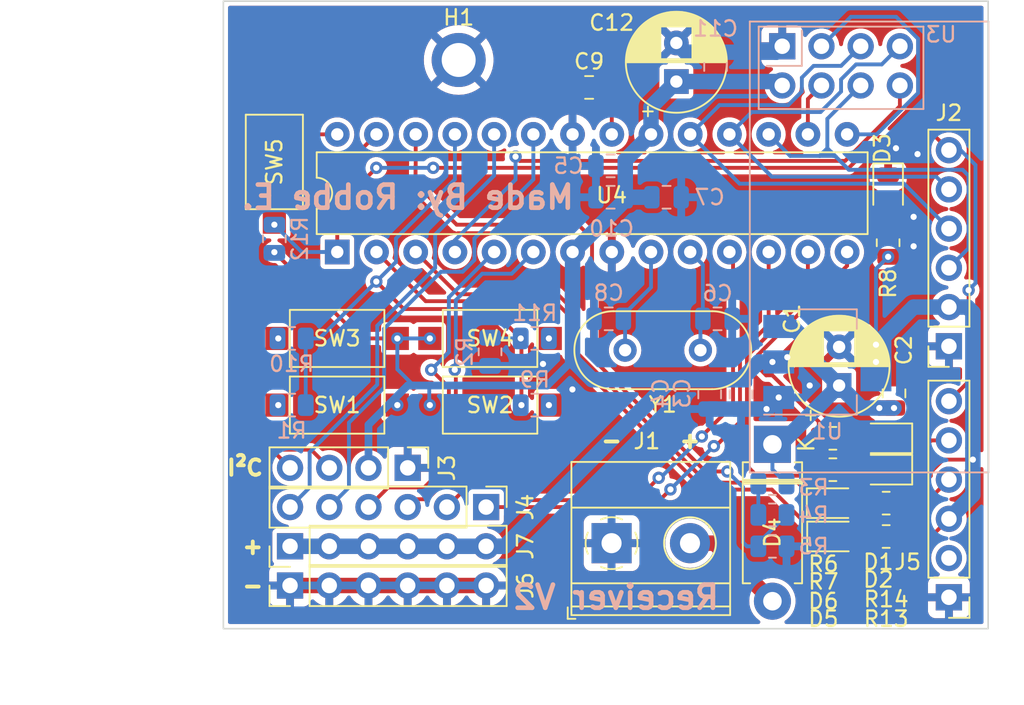
<source format=kicad_pcb>
(kicad_pcb (version 20211014) (generator pcbnew)
  (layers (0 "F.Cu" signal) (31 "B.Cu" signal) (34 "B.Paste" user) (35 "F.Paste" user) (36 "B.SilkS" user "B.Silkscreen") (37 "F.SilkS" user "F.Silkscreen") (38 "B.Mask" user) (39 "F.Mask" user) (44 "Edge.Cuts" user))
  (net 0 "")
  (net 1 "VCC")
  (net 2 "GND")
  (net 3 "+3V3")
  (net 4 "XTAL2")
  (net 5 "XTAL1")
  (net 6 "Net-(C9-Pad2)")
  (net 7 "Net-(D1-Pad2)")
  (net 8 "Net-(D2-Pad2)")
  (net 9 "Net-(D3-Pad2)")
  (net 10 "Net-(D4-Pad2)")
  (net 11 "D11")
  (net 12 "D13")
  (net 13 "D12")
  (net 14 "RESET")
  (net 15 "Net-(R1-Pad1)")
  (net 16 "A2")
  (net 17 "Net-(R3-Pad2)")
  (net 18 "A3")
  (net 19 "D6")
  (net 20 "D5")
  (net 21 "Net-(R9-Pad1)")
  (net 22 "Net-(R11-Pad1)")
  (net 23 "D3")
  (net 24 "D4")
  (net 25 "D7")
  (net 26 "D8")
  (net 27 "D9")
  (net 28 "D10")
  (net 29 "A0")
  (net 30 "A1")
  (net 31 "A4")
  (net 32 "A5")
  (net 33 "D0")
  (net 34 "D1")
  (net 35 "D2")
  (net 36 "Net-(D5-Pad2)")
  (net 37 "Net-(D6-Pad2)")
  (net 39 "Net-(R10-Pad1)")
  (footprint "Resistor_SMD:R_0805_2012Metric" (layer "F.Cu") (at 130.556 176.911 180)
    (fp_text reference "R13")
    (fp_text value "1k")
  )
  (footprint "Connector_PinHeader_2.54mm:PinHeader_1x04_P2.54mm_Vertical" (layer "F.Cu") (at 99.568 172.466 -90)
    (fp_text reference "J3")
    (fp_text value "Conn_01x04")
  )
  (footprint "LED_SMD:LED_0805_2012Metric" (layer "F.Cu") (at 127.1035 174.752)
    (fp_text reference "D6")
    (fp_text value "LED")
  )
  (footprint "LED_SMD:LED_0805_2012Metric" (layer "F.Cu") (at 130.683 154.432 -90)
    (fp_text reference "D3")
    (fp_text value "LED")
  )
  (footprint "Connector_PinSocket_2.54mm:PinSocket_1x06_P2.54mm_Vertical" (layer "F.Cu") (at 134.62 164.592 180)
    (fp_text reference "J2")
    (fp_text value "BOOTLOADER")
  )
  (footprint "Resistor_SMD:R_0805_2012Metric" (layer "F.Cu") (at 130.556 174.752 180)
    (fp_text reference "R14")
    (fp_text value "1k")
  )
  (footprint "LED_SMD:LED_0805_2012Metric" (layer "F.Cu") (at 130.556 172.58448 180)
    (fp_text reference "D2")
    (fp_text value "LED")
  )
  (footprint "Button_Switch_SMD:SW_SPST_CK_RS282G05A3" (layer "F.Cu") (at 94.996 168.402)
    (fp_text reference "SW1")
    (fp_text value "SW_Push_45deg")
  )
  (footprint "Resistor_SMD:R_0805_2012Metric" (layer "F.Cu") (at 127.1035 172.58448)
    (fp_text reference "R7")
    (fp_text value "1k")
  )
  (footprint "Connector_PinHeader_2.54mm:PinHeader_1x06_P2.54mm_Vertical" (layer "F.Cu") (at 91.948 177.546 90)
    (fp_text reference "J7")
    (fp_text value "Conn_01x06")
  )
  (footprint "Capacitor_SMD:C_0805_2012Metric" (layer "F.Cu") (at 131.064 167.64 90)
    (fp_text reference "C2")
    (fp_text value "1µF")
  )
  (footprint "Resistor_SMD:R_0805_2012Metric" (layer "F.Cu") (at 130.683 157.8845 90)
    (fp_text reference "R8")
    (fp_text value "1k")
  )
  (footprint "Connector_PinHeader_2.54mm:PinHeader_1x06_P2.54mm_Vertical" (layer "F.Cu") (at 104.648 175.006 -90)
    (fp_text reference "J4")
    (fp_text value "Conn_01x06")
  )
  (footprint "Button_Switch_SMD:SW_SPST_CK_RS282G05A3" (layer "F.Cu") (at 94.996 164.084)
    (fp_text reference "SW3")
    (fp_text value "SW_Push_45deg")
  )
  (footprint "Resistor_SMD:R_0805_2012Metric" (layer "F.Cu") (at 127.1035 170.55248)
    (fp_text reference "R6")
    (fp_text value "1k")
  )
  (footprint "Capacitor_SMD:C_0805_2012Metric" (layer "F.Cu") (at 111.318 147.828)
    (fp_text reference "C9")
    (fp_text value "100nF")
  )
  (footprint "Capacitor_THT:CP_Radial_D6.3mm_P2.50mm" (layer "F.Cu") (at 116.967 147.447 90)
    (fp_text reference "C12")
    (fp_text value "10µF")
  )
  (footprint "Button_Switch_SMD:SW_SPST_CK_RS282G05A3" (layer "F.Cu") (at 104.902 164.084 180)
    (fp_text reference "SW4")
    (fp_text value "SW_Push_45deg")
  )
  (footprint "Capacitor_THT:CP_Radial_D6.3mm_P2.50mm" (layer "F.Cu") (at 127.508 167.132 90)
    (fp_text reference "C1")
    (fp_text value "10µF")
  )
  (footprint "Connector_PinHeader_2.54mm:PinHeader_1x06_P2.54mm_Vertical" (layer "F.Cu") (at 134.62 180.848 180)
    (fp_text reference "J5")
    (fp_text value "UPLOAD")
  )
  (footprint "TerminalBlock_Phoenix:TerminalBlock_Phoenix_MKDS-1,5-2-5.08_1x02_P5.08mm_Horizontal" (layer "F.Cu") (at 112.771 177.343)
    (fp_text reference "J1")
    (fp_text value "Conn_01x02")
  )
  (footprint "Diode_THT:D_DO-15_P10.16mm_Horizontal" (layer "F.Cu") (at 123.19 170.942 -90)
    (fp_text reference "D4")
    (fp_text value "D")
  )
  (footprint "Connector_PinHeader_2.54mm:PinHeader_1x06_P2.54mm_Vertical" (layer "F.Cu") (at 91.948 180.086 90)
    (fp_text reference "J6")
    (fp_text value "Conn_01x06")
  )
  (footprint "Button_Switch_SMD:SW_SPST_CK_RS282G05A3" (layer "F.Cu") (at 104.902 168.402 180)
    (fp_text reference "SW2")
    (fp_text value "SW_Push_45deg")
  )
  (footprint "Button_Switch_SMD:SW_SPST_CK_RS282G05A3" (layer "F.Cu") (at 90.932 152.654 -90)
    (fp_text reference "SW5")
    (fp_text value "SW_Push")
  )
  (footprint "Crystal:Crystal_HC49-4H_Vertical" (layer "F.Cu") (at 118.528 164.846 180)
    (fp_text reference "Y1")
    (fp_text value "8MHz")
  )
  (footprint "LED_SMD:LED_0805_2012Metric" (layer "F.Cu") (at 130.556 170.55248 180)
    (fp_text reference "D1")
    (fp_text value "LED")
  )
  (footprint "Package_DIP:DIP-28_W7.62mm" (layer "F.Cu") (at 95.006 158.486 90)
    (fp_text reference "U4")
    (fp_text value "ATmega328-P")
  )
  (footprint "MountingHole:MountingHole_2.2mm_M2_ISO7380_Pad_TopBottom" (layer "F.Cu") (at 102.87 146.05)
    (fp_text reference "H1")
    (fp_text value "MountingHole_Pad")
  )
  (footprint "LED_SMD:LED_0805_2012Metric" (layer "F.Cu") (at 127.127 176.911)
    (fp_text reference "D5")
    (fp_text value "LED")
  )
  (footprint "Resistor_SMD:R_0805_2012Metric" (layer "B.Cu") (at 92.0515 164.084)
    (fp_text reference "R10")
    (fp_text value "4k7")
  )
  (footprint "Capacitor_SMD:C_0805_2012Metric" (layer "B.Cu") (at 121.158 167.706 -90)
    (fp_text reference "C3")
    (fp_text value "100nF")
  )
  (footprint "Resistor_SMD:R_0805_2012Metric" (layer "B.Cu") (at 107.7995 164.084 180)
    (fp_text reference "R11")
    (fp_text value "10k")
  )
  (footprint "Capacitor_SMD:C_0805_2012Metric" (layer "B.Cu") (at 119.634 162.814)
    (fp_text reference "C6")
    (fp_text value "22pF")
  )
  (footprint "RF_Module:nRF24L01_Breakout" (layer "B.Cu") (at 123.825 145.161 -90)
    (fp_text reference "U3")
    (fp_text value "NRF24L01_Breakout")
  )
  (footprint "Resistor_SMD:R_0805_2012Metric" (layer "B.Cu") (at 104.902 164.9495 -90)
    (fp_text reference "R2")
    (fp_text value "10k")
  )
  (footprint "Capacitor_SMD:C_0805_2012Metric" (layer "B.Cu") (at 112.71 154.94 180)
    (fp_text reference "C10")
    (fp_text value "1µF")
  )
  (footprint "Resistor_SMD:R_0805_2012Metric" (layer "B.Cu") (at 123.19 173.482 180)
    (fp_text reference "R3")
    (fp_text value "100k")
  )
  (footprint "Capacitor_SMD:C_0805_2012Metric" (layer "B.Cu") (at 116.332 154.94)
    (fp_text reference "C7")
    (fp_text value "4.7µF")
  )
  (footprint "Capacitor_SMD:C_0805_2012Metric" (layer "B.Cu") (at 112.588 162.814 180)
    (fp_text reference "C8")
    (fp_text value "22pF")
  )
  (footprint "Resistor_SMD:R_0805_2012Metric" (layer "B.Cu") (at 123.19 177.546)
    (fp_text reference "R5")
    (fp_text value "100k")
  )
  (footprint "Package_TO_SOT_SMD:SOT-223-3_TabPin2" (layer "B.Cu") (at 126.746 165.608)
    (fp_text reference "U1")
    (fp_text value "AMS1117-3.3")
  )
  (footprint "Capacitor_SMD:C_0805_2012Metric" (layer "B.Cu") (at 119.507 146.497 90)
    (fp_text reference "C11")
    (fp_text value "1µF")
  )
  (footprint "Capacitor_SMD:C_0805_2012Metric" (layer "B.Cu") (at 112.71 152.908 180)
    (fp_text reference "C5")
    (fp_text value "1µF")
  )
  (footprint "Resistor_SMD:R_0805_2012Metric" (layer "B.Cu") (at 92.0515 168.402)
    (fp_text reference "R1")
    (fp_text value "1k")
  )
  (footprint "Capacitor_SMD:C_0805_2012Metric" (layer "B.Cu") (at 119.126 167.706 -90)
    (fp_text reference "C4")
    (fp_text value "10µF")
  )
  (footprint "Resistor_SMD:R_0805_2012Metric" (layer "B.Cu") (at 107.7995 168.402 180)
    (fp_text reference "R9")
    (fp_text value "2k2")
  )
  (footprint "Resistor_SMD:R_0805_2012Metric" (layer "B.Cu") (at 123.19 175.514)
    (fp_text reference "R4")
    (fp_text value "100k")
  )
  (footprint "Resistor_SMD:R_0805_2012Metric" (layer "B.Cu") (at 90.932 157.6305 90)
    (fp_text reference "R12")
    (fp_text value "R")
  )
  (gr_rect (start 87.63 142.24) (end 137.16 182.88) (layer "Edge.Cuts") (width 0.1) (fill none))
  (gr_text "Receiver V2" (at 119.888 180.848) (layer "B.SilkS") (effects (font (size 1.5 1.5) (thickness 0.3)) (justify left mirror)))
  (gr_text "Made By: Robbe E." (at 110.49 154.94) (layer "B.SilkS") (effects (font (size 1.5 1.5) (thickness 0.3)) (justify left mirror)))
  (gr_text "+" (at 89.535 177.546) (layer "F.SilkS") (effects (font (size 1 1) (thickness 0.25))))
  (gr_text "I²C" (at 89.027 172.466) (layer "F.SilkS") (effects (font (size 1 1) (thickness 0.25))))
  (gr_text "+" (at 117.851 170.688) (layer "F.SilkS") (effects (font (size 1 1) (thickness 0.25))))
  (gr_text "-" (at 112.771524 170.688) (layer "F.SilkS") (effects (font (size 1 1) (thickness 0.25))))
  (gr_text "-" (at 89.535 180.086) (layer "F.SilkS") (effects (font (size 1 1) (thickness 0.25))))
  (segment (start 131.064 168.59) (end 130.114 168.59) (width 1) (layer "F.Cu") (net 1))
  (via (at 131.064 168.59) (size 0.8) (drill 0.4) (layers "F.Cu" "B.Cu") (net 1))
  (via (at 130.114 168.59) (size 0.8) (drill 0.4) (layers "F.Cu" "B.Cu") (net 1))
  (segment (start 123.19 170.942) (end 123.698 170.942) (width 1) (layer "B.Cu") (net 1))
  (segment (start 127.508 167.132) (end 128.966 168.59) (width 1) (layer "B.Cu") (net 1))
  (segment (start 130.114 168.59) (end 131.064 168.59) (width 1) (layer "B.Cu") (net 1))
  (segment (start 125.295511 164.158489) (end 125.295511 164.919511) (width 1) (layer "B.Cu") (net 1))
  (segment (start 125.295511 164.919511) (end 127.508 167.132) (width 1) (layer "B.Cu") (net 1))
  (segment (start 123.596 163.308) (end 124.445022 163.308) (width 1) (layer "B.Cu") (net 1))
  (segment (start 123.19 172.5695) (end 123.19 170.942) (width 0.25) (layer "B.Cu") (net 1))
  (segment (start 124.1025 173.482) (end 123.19 172.5695) (width 0.25) (layer "B.Cu") (net 1))
  (segment (start 124.445022 163.308) (end 125.295511 164.158489) (width 1) (layer "B.Cu") (net 1))
  (segment (start 123.698 170.942) (end 127.508 167.132) (width 1) (layer "B.Cu") (net 1))
  (segment (start 128.966 168.59) (end 130.114 168.59) (width 1) (layer "B.Cu") (net 1))
  (segment (start 91.948 180.086) (end 104.648 180.086) (width 1) (layer "F.Cu") (net 2))
  (via (at 132.334 156.21) (size 0.8) (drill 0.4) (layers "F.Cu" "B.Cu") (net 2))
  (via (at 123.596 167.908) (size 0.8) (drill 0.4) (layers "F.Cu" "B.Cu") (net 2))
  (via (at 110.236 167.386) (size 0.8) (drill 0.4) (layers "F.Cu" "B.Cu") (net 2))
  (via (at 131.191 151.765) (size 0.8) (drill 0.4) (layers "F.Cu" "B.Cu") (net 2))
  (via (at 122.809 168.656) (size 0.8) (drill 0.4) (layers "F.Cu" "B.Cu") (net 2))
  (via (at 125.603 167.132) (size 0.8) (drill 0.4) (layers "F.Cu" "B.Cu") (net 2))
  (via (at 132.588 152.146) (size 0.8) (drill 0.4) (layers "F.Cu" "B.Cu") (net 2))
  (via (at 108.331 165.735) (size 0.8) (drill 0.4) (layers "F.Cu" "B.Cu") (net 2))
  (via (at 132.334 158.115) (size 0.8) (drill 0.4) (layers "F.Cu" "B.Cu") (net 2))
  (segment (start 123.439 145.547) (end 123.825 145.161) (width 1) (layer "B.Cu") (net 2))
  (segment (start 119.507 145.547) (end 117.567 145.547) (width 1) (layer "B.Cu") (net 2))
  (segment (start 122.848 168.656) (end 123.596 167.908) (width 1) (layer "B.Cu") (net 2))
  (segment (start 117.567 145.547) (end 116.967 144.947) (width 1) (layer "B.Cu") (net 2))
  (segment (start 119.126 168.656) (end 121.158 168.656) (width 1) (layer "B.Cu") (net 2))
  (segment (start 121.158 168.656) (end 122.809 168.656) (width 1) (layer "B.Cu") (net 2))
  (segment (start 119.507 145.547) (end 123.439 145.547) (width 1) (layer "B.Cu") (net 2))
  (segment (start 122.809 168.656) (end 122.848 168.656) (width 1) (layer "B.Cu") (net 2))
  (segment (start 131.4685 176.911) (end 133.477 176.911) (width 0.25) (layer "F.Cu") (net 3))
  (segment (start 96.52 164.084) (end 90.932 158.496) (width 0.25) (layer "F.Cu") (net 3))
  (segment (start 126.5695 162.8845) (end 128.0725 162.8845) (width 1) (layer "F.Cu") (net 3))
  (segment (start 124.153 165.301) (end 126.5695 162.8845) (width 1) (layer "F.Cu") (net 3))
  (segment (start 123.846 165.608) (end 124.153 165.301) (width 1) (layer "F.Cu") (net 3))
  (segment (start 128.0725 162.8845) (end 129.896 164.708) (width 1) (layer "F.Cu") (net 3))
  (segment (start 131.4685 174.752) (end 131.682396 174.752) (width 0.25) (layer "F.Cu") (net 3))
  (segment (start 123.19 165.608) (end 123.846 165.608) (width 1) (layer "F.Cu") (net 3))
  (segment (start 133.445 172.741299) (end 134.254299 171.932) (width 0.25) (layer "F.Cu") (net 3))
  (segment (start 133.477 176.911) (end 134.62 175.768) (width 0.25) (layer "F.Cu") (net 3))
  (segment (start 98.896 164.084) (end 96.52 164.084) (width 0.25) (layer "F.Cu") (net 3))
  (segment (start 133.445 172.989396) (end 133.445 172.741299) (width 0.25) (layer "F.Cu") (net 3))
  (segment (start 134.254299 171.932) (end 136.17 171.932) (width 0.25) (layer "F.Cu") (net 3))
  (segment (start 131.682396 174.752) (end 133.445 172.989396) (width 0.25) (layer "F.Cu") (net 3))
  (segment (start 129.896 164.708) (end 129.896 165.608) (width 1) (layer "F.Cu") (net 3))
  (via (at 98.896 164.084) (size 0.8) (drill 0.4) (layers "F.Cu" "B.Cu") (net 3))
  (via (at 124.153 165.301) (size 0.8) (drill 0.4) (layers "F.Cu" "B.Cu") (net 3))
  (via (at 130.683 158.797) (size 0.8) (drill 0.4) (layers "F.Cu" "B.Cu") (net 3))
  (via (at 129.896 165.608) (size 0.8) (drill 0.4) (layers "F.Cu" "B.Cu") (net 3))
  (via (at 101.002 164.084) (size 0.8) (drill 0.4) (layers "F.Cu" "B.Cu") (net 3))
  (via (at 129.896 164.49) (size 0.8) (drill 0.4) (layers "F.Cu" "B.Cu") (net 3))
  (via (at 101.002 168.402) (size 0.8) (drill 0.4) (layers "F.Cu" "B.Cu") (net 3))
  (via (at 123.19 165.608) (size 0.8) (drill 0.4) (layers "F.Cu" "B.Cu") (net 3))
  (via (at 90.932 158.496) (size 0.8) (drill 0.4) (layers "F.Cu" "B.Cu") (net 3))
  (via (at 98.896 168.402) (size 0.8) (drill 0.4) (layers "F.Cu" "B.Cu") (net 3))
  (via (at 136.17 171.932) (size 0.8) (drill 0.4) (layers "F.Cu" "B.Cu") (net 3))
  (segment (start 115.326 150.866) (end 115.326 149.088) (width 1) (layer "B.Cu") (net 3))
  (segment (start 132.334 162.052) (end 134.62 162.052) (width 1) (layer "B.Cu") (net 3))
  (segment (start 105.850081 177.546) (end 104.648 177.546) (width 1) (layer "B.Cu") (net 3))
  (segment (start 99.949 167.132) (end 99.568 167.132) (width 0.5) (layer "B.Cu") (net 3))
  (segment (start 134.62 162.052) (end 135.822081 162.052) (width 1) (layer "B.Cu") (net 3))
  (segment (start 100.965 167.132) (end 99.949 167.132) (width 0.5) (layer "B.Cu") (net 3))
  (segment (start 113.66 152.908) (end 113.66 152.532) (width 1) (layer "B.Cu") (net 3))
  (segment (start 135.822081 162.052) (end 136.17 162.399919) (width 1) (layer "B.Cu") (net 3))
  (segment (start 98.896 166.079) (end 99.949 167.132) (width 0.25) (layer "B.Cu") (net 3))
  (segment (start 110.246 158.486) (end 110.281824 158.486) (width 1) (layer "B.Cu") (net 3))
  (segment (start 108.605 167.132) (end 100.965 167.132) (width 0.5) (layer "B.Cu") (net 3))
  (segment (start 97.028 169.672) (end 97.028 172.466) (width 0.5) (layer "B.Cu") (net 3))
  (segment (start 129.896 164.49) (end 129.896 159.584) (width 0.25) (layer "B.Cu") (net 3))
  (segment (start 105.850081 177.546) (end 91.948 177.546) (width 1) (layer "B.Cu") (net 3))
  (segment (start 113.66 155.107824) (end 113.66 154.94) (width 1) (layer "B.Cu") (net 3))
  (segment (start 119.126 166.756) (end 121.158 166.756) (width 1) (layer "B.Cu") (net 3))
  (segment (start 116.640081 166.756) (end 105.850081 177.546) (width 1) (layer "B.Cu") (net 3))
  (segment (start 98.896 164.084) (end 98.896 166.079) (width 0.25) (layer "B.Cu") (net 3))
  (segment (start 110.246 165.491) (end 108.605 167.132) (width 0.5) (layer "B.Cu") (net 3))
  (segment (start 98.7425 167.9575) (end 97.028 169.672) (width 0.5) (layer "B.Cu") (net 3))
  (segment (start 98.896 164.084) (end 101.002 164.084) (width 0.25) (layer "B.Cu") (net 3))
  (segment (start 129.896 164.49) (end 132.334 162.052) (width 1) (layer "B.Cu") (net 3))
  (segment (start 136.17 162.399919) (end 136.17 174.218) (width 1) (layer "B.Cu") (net 3))
  (segment (start 123.596 165.608) (end 122.306 165.608) (width 1) (layer "B.Cu") (net 3))
  (segment (start 110.246 160.772) (end 110.246 161.407) (width 1) (layer "B.Cu") (net 3))
  (segment (start 123.571 147.447) (end 123.825 147.701) (width 1) (layer "B.Cu") (net 3))
  (segment (start 100.965 168.365) (end 101.002 168.402) (width 0.25) (layer "B.Cu") (net 3))
  (segment (start 98.7425 167.9575) (end 98.7425 168.2485) (width 0.25) (layer "B.Cu") (net 3))
  (segment (start 113.66 154.94) (end 113.66 152.908) (width 1) (layer "B.Cu") (net 3))
  (segment (start 110.246 161.407) (end 110.246 158.486) (width 1) (layer "B.Cu") (net 3))
  (segment (start 110.246 161.407) (end 110.246 165.491) (width 1) (layer "B.Cu") (net 3))
  (segment (start 110.246 160.772) (end 110.246 158.486) (width 0.25) (layer "B.Cu") (net 3))
  (segment (start 110.246 165.491) (end 111.511 166.756) (width 1) (layer "B.Cu") (net 3))
  (segment (start 115.382 154.94) (end 113.66 154.94) (width 1) (layer "B.Cu") (net 3))
  (segment (start 99.568 167.132) (end 98.7425 167.9575) (width 0.5) (layer "B.Cu") (net 3))
  (segment (start 122.306 165.608) (end 121.158 166.756) (width 1) (layer "B.Cu") (net 3))
  (segment (start 129.896 159.584) (end 130.683 158.797) (width 0.25) (layer "B.Cu") (net 3))
  (segment (start 111.511 166.756) (end 119.126 166.756) (width 1) (layer "B.Cu") (net 3))
  (segment (start 129.896 165.608) (end 129.896 164.49) (width 1) (layer "B.Cu") (net 3))
  (segment (start 123.596 165.608) (end 123.846 165.608) (width 0.5) (layer "B.Cu") (net 3))
  (segment (start 98.7425 168.2485) (end 98.896 168.402) (width 0.25) (layer "B.Cu") (net 3))
  (segment (start 113.66 152.532) (end 115.326 150.866) (width 1) (layer "B.Cu") (net 3))
  (segment (start 115.326 149.088) (end 116.967 147.447) (width 1) (layer "B.Cu") (net 3))
  (segment (start 119.126 166.756) (end 116.640081 166.756) (width 1) (layer "B.Cu") (net 3))
  (segment (start 116.967 147.447) (end 119.507 147.447) (width 1) (layer "B.Cu") (net 3))
  (segment (start 100.965 167.132) (end 100.965 168.365) (width 0.25) (layer "B.Cu") (net 3))
  (segment (start 110.281824 158.486) (end 113.66 155.107824) (width 1) (layer "B.Cu") (net 3))
  (segment (start 136.17 174.218) (end 134.62 175.768) (width 1) (layer "B.Cu") (net 3))
  (segment (start 119.507 147.447) (end 123.571 147.447) (width 1) (layer "B.Cu") (net 3))
  (segment (start 118.528 162.97) (end 118.684 162.814) (width 0.25) (layer "B.Cu") (net 4))
  (segment (start 118.684 159.304) (end 117.866 158.486) (width 0.25) (layer "B.Cu") (net 4))
  (segment (start 118.684 159.304) (end 118.684 162.814) (width 0.25) (layer "B.Cu") (net 4))
  (segment (start 118.528 164.846) (end 118.528 162.97) (width 0.25) (layer "B.Cu") (net 4))
  (segment (start 113.648 164.846) (end 113.648 162.924) (width 0.25) (layer "B.Cu") (net 5))
  (segment (start 115.326 160.772) (end 115.326 158.486) (width 0.25) (layer "B.Cu") (net 5))
  (segment (start 113.538 162.56) (end 115.326 160.772) (width 0.25) (layer "B.Cu") (net 5))
  (segment (start 113.648 162.924) (end 113.538 162.814) (width 0.25) (layer "B.Cu") (net 5))
  (segment (start 113.538 162.814) (end 113.538 162.56) (width 0.25) (layer "B.Cu") (net 5))
  (segment (start 112.786 148.346) (end 112.786 150.866) (width 0.25) (layer "F.Cu") (net 6))
  (segment (start 112.268 147.828) (end 112.786 148.346) (width 0.25) (layer "F.Cu") (net 6))
  (segment (start 129.6185 170.55248) (end 128.016 170.55248) (width 0.25) (layer "F.Cu") (net 7))
  (segment (start 128.016 172.58448) (end 129.6185 172.58448) (width 0.25) (layer "F.Cu") (net 8))
  (segment (start 130.683 156.972) (end 130.683 155.3695) (width 0.25) (layer "F.Cu") (net 9))
  (segment (start 119.431 177.343) (end 123.19 181.102) (width 1) (layer "F.Cu") (net 10))
  (segment (start 117.851 177.343) (end 119.431 177.343) (width 1) (layer "F.Cu") (net 10))
  (segment (start 127.137 152.263) (end 127.244 152.263) (width 0.25) (layer "B.Cu") (net 11))
  (segment (start 135.89 153.543) (end 135.89 158.242) (width 0.25) (layer "B.Cu") (net 11))
  (segment (start 127.1905 152.2095) (end 127.3175 152.3365) (width 0.25) (layer "B.Cu") (net 11))
  (segment (start 127 152.019) (end 127.1905 152.2095) (width 0.25) (layer "B.Cu") (net 11))
  (segment (start 126.248 152.263) (end 126.492 152.019) (width 0.25) (layer "B.Cu") (net 11))
  (segment (start 122.946 150.866) (end 124.343 152.263) (width 0.25) (layer "B.Cu") (net 11))
  (segment (start 126.746 149.86) (end 126.746 151.765) (width 0.25) (layer "B.Cu") (net 11))
  (segment (start 135.89 158.242) (end 134.62 159.512) (width 0.25) (layer "B.Cu") (net 11))
  (segment (start 127.137 152.263) (end 127.1905 152.2095) (width 0.25) (layer "B.Cu") (net 11))
  (segment (start 130.429 153.162) (end 135.509 153.162) (width 0.25) (layer "B.Cu") (net 11))
  (segment (start 126.746 151.765) (end 126.248 152.263) (width 0.25) (layer "B.Cu") (net 11))
  (segment (start 135.509 153.162) (end 135.89 153.543) (width 0.25) (layer "B.Cu") (net 11))
  (segment (start 126.248 152.263) (end 124.343 152.263) (width 0.25) (layer "B.Cu") (net 11))
  (segment (start 126.746 151.765) (end 127 152.019) (width 0.25) (layer "B.Cu") (net 11))
  (segment (start 126.248 152.263) (end 127.137 152.263) (width 0.25) (layer "B.Cu") (net 11))
  (segment (start 128.905 147.701) (end 126.746 149.86) (width 0.25) (layer "B.Cu") (net 11))
  (segment (start 127.3175 152.3365) (end 128.143 153.162) (width 0.25) (layer "B.Cu") (net 11))
  (segment (start 127.244 152.263) (end 127.3175 152.3365) (width 0.25) (layer "B.Cu") (net 11))
  (segment (start 126.492 152.019) (end 127 152.019) (width 0.25) (layer "B.Cu") (net 11))
  (segment (start 128.143 153.162) (end 130.429 153.162) (width 0.25) (layer "B.Cu") (net 11))
  (segment (start 125.095 147.193) (end 125.857 146.431) (width 0.25) (layer "B.Cu") (net 12))
  (segment (start 124.216701 148.971) (end 125.095 148.092701) (width 0.25) (layer "B.Cu") (net 12))
  (segment (start 127.635 146.431) (end 128.905 145.161) (width 0.25) (layer "B.Cu") (net 12))
  (segment (start 131.71 154.062) (end 121.062 154.062) (width 0.25) (layer "B.Cu") (net 12))
  (segment (start 121.062 154.062) (end 117.866 150.866) (width 0.25) (layer "B.Cu") (net 12))
  (segment (start 119.761 148.971) (end 124.216701 148.971) (width 0.25) (layer "B.Cu") (net 12))
  (segment (start 117.866 150.866) (end 119.761 148.971) (width 0.25) (layer "B.Cu") (net 12))
  (segment (start 125.095 148.092701) (end 125.095 147.193) (width 0.25) (layer "B.Cu") (net 12))
  (segment (start 134.62 156.972) (end 131.71 154.062) (width 0.25) (layer "B.Cu") (net 12))
  (segment (start 125.857 146.431) (end 127.635 146.431) (width 0.25) (layer "B.Cu") (net 12))
  (segment (start 133.8 153.612) (end 134.62 154.432) (width 0.25) (layer "B.Cu") (net 13))
  (segment (start 127.635 148.092701) (end 127.635 147.309299) (width 0.25) (layer "B.Cu") (net 13))
  (segment (start 123.152 153.612) (end 133.8 153.612) (width 0.25) (layer "B.Cu") (net 13))
  (segment (start 130.27 146.336) (end 131.445 145.161) (width 0.25) (layer "B.Cu") (net 13))
  (segment (start 120.406 150.866) (end 123.152 153.612) (width 0.25) (layer "B.Cu") (net 13))
  (segment (start 121.851 149.421) (end 126.306701 149.421) (width 0.25) (layer "B.Cu") (net 13))
  (segment (start 127.635 147.309299) (end 128.608299 146.336) (width 0.25) (layer "B.Cu") (net 13))
  (segment (start 126.306701 149.421) (end 127.635 148.092701) (width 0.25) (layer "B.Cu") (net 13))
  (segment (start 120.406 150.866) (end 121.851 149.421) (width 0.25) (layer "B.Cu") (net 13))
  (segment (start 128.608299 146.336) (end 130.27 146.336) (width 0.25) (layer "B.Cu") (net 13))
  (segment (start 135.895418 166.872582) (end 135.895418 160.954948) (width 0.25) (layer "F.Cu") (net 14))
  (segment (start 97.536 153.035) (end 95.006 155.565) (width 0.25) (layer "F.Cu") (net 14))
  (segment (start 135.822222 166.945778) (end 135.895418 166.872582) (width 0.25) (layer "F.Cu") (net 14))
  (segment (start 130.138 151.04) (end 133.768 151.04) (width 0.25) (layer "F.Cu") (net 14))
  (segment (start 128.143 153.035) (end 130.138 151.04) (width 0.25) (layer "F.Cu") (net 14))
  (segment (start 101.219 153.035) (end 128.143 153.035) (width 0.25) (layer "F.Cu") (net 14))
  (segment (start 95.006 155.565) (end 95.006 158.486) (width 0.25) (layer "F.Cu") (net 14))
  (segment (start 134.62 168.148) (end 135.822222 166.945778) (width 0.25) (layer "F.Cu") (net 14))
  (segment (start 133.768 151.04) (end 134.62 151.892) (width 0.25) (layer "F.Cu") (net 14))
  (via (at 90.932 156.718) (size 0.8) (drill 0.4) (layers "F.Cu" "B.Cu") (net 14))
  (via (at 101.219 153.035) (size 0.8) (drill 0.4) (layers "F.Cu" "B.Cu") (net 14))
  (via (at 97.536 153.035) (size 0.8) (drill 0.4) (layers "F.Cu" "B.Cu") (net 14))
  (via (at 135.895418 160.954948) (size 0.8) (drill 0.4) (layers "F.Cu" "B.Cu") (net 14))
  (segment (start 135.895418 160.954948) (end 136.34 160.510366) (width 0.25) (layer "B.Cu") (net 14))
  (segment (start 90.932 156.718) (end 92.7 158.486) (width 0.25) (layer "B.Cu") (net 14))
  (segment (start 136.34 160.510366) (end 136.34 152.85) (width 0.25) (layer "B.Cu") (net 14))
  (segment (start 136.34 152.85) (end 135.382 151.892) (width 0.25) (layer "B.Cu") (net 14))
  (segment (start 92.7 158.486) (end 95.006 158.486) (width 0.25) (layer "B.Cu") (net 14))
  (segment (start 135.382 151.892) (end 134.62 151.892) (width 0.25) (layer "B.Cu") (net 14))
  (segment (start 101.219 153.035) (end 97.536 153.035) (width 0.25) (layer "B.Cu") (net 14))
  (via (at 91.186 168.402) (size 0.8) (drill 0.4) (layers "F.Cu" "B.Cu") (net 15))
  (segment (start 106.934 168.402) (end 106.934 164.131) (width 0.25) (layer "F.Cu") (net 16))
  (segment (start 104.982 162.179) (end 106.887 164.084) (width 0.25) (layer "F.Cu") (net 16))
  (segment (start 97.536 160.401) (end 99.314 162.179) (width 0.25) (layer "F.Cu") (net 16))
  (segment (start 99.314 162.179) (end 104.982 162.179) (width 0.25) (layer "F.Cu") (net 16))
  (segment (start 106.934 164.131) (end 106.887 164.084) (width 0.25) (layer "F.Cu") (net 16))
  (via (at 106.934 168.402) (size 0.8) (drill 0.4) (layers "F.Cu" "B.Cu") (net 16))
  (via (at 97.536 160.401) (size 0.8) (drill 0.4) (layers "F.Cu" "B.Cu") (net 16))
  (via (at 106.887 164.084) (size 0.8) (drill 0.4) (layers "F.Cu" "B.Cu") (net 16))
  (segment (start 92.964 164.084) (end 93.853 164.084) (width 0.25) (layer "B.Cu") (net 16))
  (segment (start 98.806 159.131) (end 98.806 157.607) (width 0.25) (layer "B.Cu") (net 16))
  (segment (start 102.626 150.866) (end 102.626 153.787) (width 0.25) (layer "B.Cu") (net 16))
  (segment (start 102.626 153.787) (end 98.806 157.607) (width 0.25) (layer "B.Cu") (net 16))
  (segment (start 106.887 164.084) (end 104.949 164.084) (width 0.25) (layer "B.Cu") (net 16))
  (segment (start 104.949 164.084) (end 104.902 164.037) (width 0.25) (layer "B.Cu") (net 16))
  (segment (start 97.536 160.401) (end 98.806 159.131) (width 0.25) (layer "B.Cu") (net 16))
  (segment (start 93.853 164.084) (end 97.536 160.401) (width 0.25) (layer "B.Cu") (net 16))
  (segment (start 92.964 168.402) (end 92.964 164.084) (width 0.25) (layer "B.Cu") (net 16))
  (segment (start 122.2775 173.482) (end 122.2775 175.514) (width 0.25) (layer "B.Cu") (net 17))
  (segment (start 100.086 152.927305) (end 100.076 152.937305) (width 0.25) (layer "F.Cu") (net 18))
  (segment (start 100.086 150.866) (end 100.086 152.927305) (width 0.25) (layer "F.Cu") (net 18))
  (segment (start 111.506 165.351208) (end 118.854292 172.6995) (width 0.25) (layer "F.Cu") (net 18))
  (segment (start 100.076 152.937305) (end 100.076 154.051) (width 0.25) (layer "F.Cu") (net 18))
  (segment (start 111.506 157.607) (end 111.506 165.351208) (width 0.25) (layer "F.Cu") (net 18))
  (segment (start 102.743 156.718) (end 110.617 156.718) (width 0.25) (layer "F.Cu") (net 18))
  (segment (start 118.854292 172.6995) (end 120.269 172.6995) (width 0.25) (layer "F.Cu") (net 18))
  (segment (start 110.617 156.718) (end 111.506 157.607) (width 0.25) (layer "F.Cu") (net 18))
  (segment (start 100.076 154.051) (end 102.743 156.718) (width 0.25) (layer "F.Cu") (net 18))
  (via (at 120.269 172.6995) (size 0.8) (drill 0.4) (layers "F.Cu" "B.Cu") (net 18))
  (segment (start 120.269 172.6995) (end 121.285 173.7155) (width 0.25) (layer "B.Cu") (net 18))
  (segment (start 122.2775 177.546) (end 121.539 177.546) (width 0.25) (layer "B.Cu") (net 18))
  (segment (start 121.539 177.546) (end 121.285 177.292) (width 0.25) (layer "B.Cu") (net 18))
  (segment (start 121.285 173.7155) (end 121.285 177.292) (width 0.25) (layer "B.Cu") (net 18))
  (segment (start 122.2775 177.546) (end 122.2775 177.339) (width 0.25) (layer "B.Cu") (net 18))
  (segment (start 122.2775 177.339) (end 124.1025 175.514) (width 0.25) (layer "B.Cu") (net 18))
  (segment (start 119.398481 171.058384) (end 119.517616 171.058384) (width 0.25) (layer "F.Cu") (net 19))
  (segment (start 116.713 173.736) (end 115.443 175.006) (width 0.25) (layer "F.Cu") (net 19))
  (segment (start 119.517616 171.058384) (end 121.089 169.487) (width 0.25) (layer "F.Cu") (net 19))
  (segment (start 121.089 169.487) (end 121.089 165.042) (width 0.25) (layer "F.Cu") (net 19))
  (segment (start 115.443 175.006) (end 104.648 175.006) (width 0.25) (layer "F.Cu") (net 19))
  (segment (start 122.946 163.185) (end 122.946 158.486) (width 0.25) (layer "F.Cu") (net 19))
  (segment (start 121.089 165.042) (end 122.946 163.185) (width 0.25) (layer "F.Cu") (net 19))
  (via (at 119.398481 171.058384) (size 0.8) (drill 0.4) (layers "F.Cu" "B.Cu") (net 19))
  (via (at 116.586 173.863) (size 0.8) (drill 0.4) (layers "F.Cu" "B.Cu") (net 19))
  (segment (start 116.713 173.736) (end 119.390616 171.058384) (width 0.25) (layer "B.Cu") (net 19))
  (segment (start 119.390616 171.058384) (end 119.398481 171.058384) (width 0.25) (layer "B.Cu") (net 19))
  (segment (start 118.618 170.412) (end 120.639 168.391) (width 0.25) (layer "F.Cu") (net 20))
  (segment (start 103.505 173.609) (end 102.108 175.006) (width 0.25) (layer "F.Cu") (net 20))
  (segment (start 118.618 170.434) (end 118.618 170.412) (width 0.25) (layer "F.Cu") (net 20))
  (segment (start 114.379616 174.556) (end 107.373 174.556) (width 0.25) (layer "F.Cu") (net 20))
  (segment (start 120.639 158.719) (end 120.406 158.486) (width 0.25) (layer "F.Cu") (net 20))
  (segment (start 120.639 168.391) (end 120.639 158.719) (width 0.25) (layer "F.Cu") (net 20))
  (segment (start 106.426 173.609) (end 103.505 173.609) (width 0.25) (layer "F.Cu") (net 20))
  (segment (start 115.824 173.111616) (end 114.379616 174.556) (width 0.25) (layer "F.Cu") (net 20))
  (segment (start 107.373 174.556) (end 106.426 173.609) (width 0.25) (layer "F.Cu") (net 20))
  (via (at 115.824 173.111616) (size 0.8) (drill 0.4) (layers "F.Cu" "B.Cu") (net 20))
  (via (at 118.618 170.434) (size 0.8) (drill 0.4) (layers "F.Cu" "B.Cu") (net 20))
  (segment (start 115.940384 173.111616) (end 118.618 170.434) (width 0.25) (layer "B.Cu") (net 20))
  (segment (start 115.824 173.111616) (end 115.940384 173.111616) (width 0.25) (layer "B.Cu") (net 20))
  (via (at 108.712 168.402) (size 0.8) (drill 0.4) (layers "F.Cu" "B.Cu") (net 21))
  (via (at 108.712 164.084) (size 0.8) (drill 0.4) (layers "F.Cu" "B.Cu") (net 22))
  (segment (start 102.235 172.140444) (end 100.639444 173.736) (width 0.25) (layer "F.Cu") (net 23))
  (segment (start 101.092 166.116) (end 102.235 167.259) (width 0.25) (layer "F.Cu") (net 23))
  (segment (start 102.235 167.259) (end 102.235 172.140444) (width 0.25) (layer "F.Cu") (net 23))
  (segment (start 100.639444 173.736) (end 98.298 173.736) (width 0.25) (layer "F.Cu") (net 23))
  (segment (start 98.298 173.736) (end 97.028 175.006) (width 0.25) (layer "F.Cu") (net 23))
  (via (at 101.092 166.116) (size 0.8) (drill 0.4) (layers "F.Cu" "B.Cu") (net 23))
  (segment (start 102.235 161.417) (end 105.166 158.486) (width 0.25) (layer "B.Cu") (net 23))
  (segment (start 101.092 166.116) (end 102.235 164.973) (width 0.25) (layer "B.Cu") (net 23))
  (segment (start 102.235 164.973) (end 102.235 161.417) (width 0.25) (layer "B.Cu") (net 23))
  (segment (start 100.076 174.498) (end 99.568 175.006) (width 0.25) (layer "F.Cu") (net 24))
  (segment (start 102.685 172.651) (end 100.838 174.498) (width 0.25) (layer "F.Cu") (net 24))
  (segment (start 102.616 166.116) (end 102.685 166.185) (width 0.25) (layer "F.Cu") (net 24))
  (segment (start 102.685 166.185) (end 102.685 172.651) (width 0.25) (layer "F.Cu") (net 24))
  (segment (start 100.838 174.498) (end 100.076 174.498) (width 0.25) (layer "F.Cu") (net 24))
  (via (at 102.616 166.116) (size 0.8) (drill 0.4) (layers "F.Cu" "B.Cu") (net 24))
  (segment (start 102.685 166.047) (end 102.685 161.603396) (width 0.25) (layer "B.Cu") (net 24))
  (segment (start 106.299 159.893) (end 107.706 158.486) (width 0.25) (layer "B.Cu") (net 24))
  (segment (start 104.395396 159.893) (end 106.299 159.893) (width 0.25) (layer "B.Cu") (net 24))
  (segment (start 102.616 166.116) (end 102.685 166.047) (width 0.25) (layer "B.Cu") (net 24))
  (segment (start 102.685 161.603396) (end 104.395396 159.893) (width 0.25) (layer "B.Cu") (net 24))
  (segment (start 121.539 165.228396) (end 121.539 172.339) (width 0.25) (layer "F.Cu") (net 25))
  (segment (start 125.80148 172.974) (end 126.191 172.58448) (width 0.25) (layer "F.Cu") (net 25))
  (segment (start 125.486 158.486) (end 125.486 161.281396) (width 0.25) (layer "F.Cu") (net 25))
  (segment (start 125.486 161.281396) (end 121.539 165.228396) (width 0.25) (layer "F.Cu") (net 25))
  (segment (start 122.174 172.974) (end 125.80148 172.974) (width 0.25) (layer "F.Cu") (net 25))
  (segment (start 121.539 172.339) (end 122.174 172.974) (width 0.25) (layer "F.Cu") (net 25))
  (segment (start 122.238896 165.926896) (end 122.238896 165.164896) (width 0.25) (layer "F.Cu") (net 26))
  (segment (start 122.238896 165.164896) (end 128.026 159.377792) (width 0.25) (layer "F.Cu") (net 26))
  (segment (start 126.191 170.55248) (end 126.191 169.477695) (width 0.25) (layer "F.Cu") (net 26))
  (segment (start 126.191 169.477695) (end 123.185201 166.471896) (width 0.25) (layer "F.Cu") (net 26))
  (segment (start 122.783896 166.471896) (end 122.238896 165.926896) (width 0.25) (layer "F.Cu") (net 26))
  (segment (start 128.026 159.377792) (end 128.026 158.486) (width 0.25) (layer "F.Cu") (net 26))
  (segment (start 123.185201 166.471896) (end 122.783896 166.471896) (width 0.25) (layer "F.Cu") (net 26))
  (segment (start 128.026 150.866) (end 129.941701 150.866) (width 0.25) (layer "B.Cu") (net 27))
  (segment (start 131.201701 143.256) (end 128.27 143.256) (width 0.25) (layer "B.Cu") (net 27))
  (segment (start 128.27 143.256) (end 126.365 145.161) (width 0.25) (layer "B.Cu") (net 27))
  (segment (start 132.62 144.674299) (end 131.201701 143.256) (width 0.25) (layer "B.Cu") (net 27))
  (segment (start 132.62 148.187701) (end 132.62 144.674299) (width 0.25) (layer "B.Cu") (net 27))
  (segment (start 129.941701 150.866) (end 132.62 148.187701) (width 0.25) (layer "B.Cu") (net 27))
  (segment (start 125.486 148.58) (end 126.365 147.701) (width 0.25) (layer "F.Cu") (net 28))
  (segment (start 125.486 150.866) (end 125.486 148.58) (width 0.25) (layer "F.Cu") (net 28))
  (segment (start 103.886 159.004) (end 103.886 157.607) (width 0.25) (layer "B.Cu") (net 29))
  (segment (start 98.044 167.259) (end 98.044 163.449) (width 0.25) (layer "B.Cu") (net 29))
  (segment (start 101.727 159.766) (end 103.124 159.766) (width 0.25) (layer "B.Cu") (net 29))
  (segment (start 95.762278 169.540722) (end 98.044 167.259) (width 0.25) (layer "B.Cu") (net 29))
  (segment (start 103.124 159.766) (end 103.886 159.004) (width 0.25) (layer "B.Cu") (net 29))
  (segment (start 95.762278 173.731722) (end 95.762278 169.540722) (width 0.25) (layer "B.Cu") (net 29))
  (segment (start 103.886 157.607) (end 107.706 153.787) (width 0.25) (layer "B.Cu") (net 29))
  (segment (start 107.706 153.787) (end 107.706 150.866) (width 0.25) (layer "B.Cu") (net 29))
  (segment (start 98.044 163.449) (end 101.727 159.766) (width 0.25) (layer "B.Cu") (net 29))
  (segment (start 94.488 175.006) (end 95.762278 173.731722) (width 0.25) (layer "B.Cu") (net 29))
  (segment (start 93.218 173.736) (end 91.948 175.006) (width 0.25) (layer "B.Cu") (net 30))
  (segment (start 97.594 163.262604) (end 101.346 159.510604) (width 0.25) (layer "B.Cu") (net 30))
  (segment (start 93.218 172.466) (end 93.218 171.448604) (width 0.25) (layer "B.Cu") (net 30))
  (segment (start 93.218 171.448604) (end 93.979302 170.687302) (width 0.25) (layer "B.Cu") (net 30))
  (segment (start 105.166 153.533) (end 105.166 150.866) (width 0.25) (layer "B.Cu") (net 30))
  (segment (start 93.979302 170.687302) (end 97.594 167.072604) (width 0.25) (layer "B.Cu") (net 30))
  (segment (start 101.346 159.510604) (end 101.346 157.353) (width 0.25) (layer "B.Cu") (net 30))
  (segment (start 101.346 157.353) (end 105.166 153.533) (width 0.25) (layer "B.Cu") (net 30))
  (segment (start 97.594 167.072604) (end 97.594 163.262604) (width 0.25) (layer "B.Cu") (net 30))
  (segment (start 93.218 172.466) (end 93.218 173.736) (width 0.25) (layer "B.Cu") (net 30))
  (segment (start 96.139 152.273) (end 91.822396 152.273) (width 0.25) (layer "F.Cu") (net 31))
  (segment (start 88.9 168.656) (end 91.535 171.291) (width 0.25) (layer "F.Cu") (net 31))
  (segment (start 91.535 171.291) (end 93.313 171.291) (width 0.25) (layer "F.Cu") (net 31))
  (segment (start 88.9 155.195396) (end 88.9 168.656) (width 0.25) (layer "F.Cu") (net 31))
  (segment (start 91.822396 152.273) (end 88.9 155.195396) (width 0.25) (layer "F.Cu") (net 31))
  (segment (start 93.313 171.291) (end 94.488 172.466) (width 0.25) (layer "F.Cu") (net 31))
  (segment (start 97.546 150.866) (end 96.139 152.273) (width 0.25) (layer "F.Cu") (net 31))
  (segment (start 88.392 168.91) (end 91.948 172.466) (width 0.25) (layer "F.Cu") (net 32))
  (segment (start 88.392 155.067) (end 88.392 168.91) (width 0.25) (layer "F.Cu") (net 32))
  (segment (start 92.593 150.866) (end 88.392 155.067) (width 0.25) (layer "F.Cu") (net 32))
  (segment (start 95.006 150.866) (end 92.593 150.866) (width 0.25) (layer "F.Cu") (net 32))
  (segment (start 109.982 165.1) (end 109.982 162.56) (width 0.25) (layer "F.Cu") (net 33))
  (segment (start 109.093 161.671) (end 100.731 161.671) (width 0.25) (layer "F.Cu") (net 33))
  (segment (start 118.756 173.874) (end 109.982 165.1) (width 0.25) (layer "F.Cu") (net 33))
  (segment (start 131.962 175.886) (end 134.62 173.228) (width 0.25) (layer "F.Cu") (net 33))
  (segment (start 109.982 162.56) (end 109.093 161.671) (width 0.25) (layer "F.Cu") (net 33))
  (segment (start 100.731 161.671) (end 97.546 158.486) (width 0.25) (layer "F.Cu") (net 33))
  (segment (start 127.2145 175.886) (end 131.962 175.886) (width 0.25) (layer "F.Cu") (net 33))
  (segment (start 123.1525 173.874) (end 118.756 173.874) (width 0.25) (layer "F.Cu") (net 33))
  (segment (start 126.1895 176.911) (end 127.2145 175.886) (width 0.25) (layer "F.Cu") (net 33))
  (segment (start 126.1895 176.911) (end 123.1525 173.874) (width 0.25) (layer "F.Cu") (net 33))
  (segment (start 102.821 161.221) (end 109.279396 161.221) (width 0.25) (layer "F.Cu") (net 34))
  (segment (start 126.166 174.752) (end 127.191 173.727) (width 0.25) (layer "F.Cu") (net 34))
  (segment (start 133.477 170.688) (end 134.62 170.688) (width 0.25) (layer "F.Cu") (net 34))
  (segment (start 109.279396 161.221) (end 110.432 162.373604) (width 0.25) (layer "F.Cu") (net 34))
  (segment (start 127.191 173.727) (end 132.071 173.727) (width 0.25) (layer "F.Cu") (net 34))
  (segment (start 132.715 173.083) (end 132.715 171.45) (width 0.25) (layer "F.Cu") (net 34))
  (segment (start 110.432 162.373604) (end 110.432 164.913604) (width 0.25) (layer "F.Cu") (net 34))
  (segment (start 124.838 173.424) (end 126.166 174.752) (width 0.25) (layer "F.Cu") (net 34))
  (segment (start 110.432 164.913604) (end 118.942396 173.424) (width 0.25) (layer "F.Cu") (net 34))
  (segment (start 118.942396 173.424) (end 124.838 173.424) (width 0.25) (layer "F.Cu") (net 34))
  (segment (start 100.086 158.486) (end 102.821 161.221) (width 0.25) (layer "F.Cu") (net 34))
  (segment (start 132.715 171.45) (end 133.477 170.688) (width 0.25) (layer "F.Cu") (net 34))
  (segment (start 132.071 173.727) (end 132.715 173.083) (width 0.25) (layer "F.Cu") (net 34))
  (segment (start 127.897991 152.585) (end 106.8275 152.585) (width 0.25) (layer "F.Cu") (net 35))
  (segment (start 131.445 149.037991) (end 127.897991 152.585) (width 0.25) (layer "F.Cu") (net 35))
  (segment (start 106.8275 152.585) (end 106.553 152.3105) (width 0.25) (layer "F.Cu") (net 35))
  (segment (start 131.445 147.701) (end 131.445 149.037991) (width 0.25) (layer "F.Cu") (net 35))
  (via (at 106.553 152.3105) (size 0.8) (drill 0.4) (layers "F.Cu" "B.Cu") (net 35))
  (segment (start 102.626 157.724) (end 102.626 158.486) (width 0.25) (layer "B.Cu") (net 35))
  (segment (start 106.553 153.797) (end 102.626 157.724) (width 0.25) (layer "B.Cu") (net 35))
  (segment (start 106.553 152.3105) (end 106.553 153.797) (width 0.25) (layer "B.Cu") (net 35))
  (segment (start 129.6435 176.911) (end 128.0645 176.911) (width 0.25) (layer "F.Cu") (net 36))
  (segment (start 129.6435 174.752) (end 128.041 174.752) (width 0.25) (layer "F.Cu") (net 37))
  (via (at 91.186 164.084) (size 0.8) (drill 0.4) (layers "F.Cu" "B.Cu") (net 39))
  (zone (net 2) (net_name "GND") (layers F&B.Cu) (connect_pads (clearance 0.3)) (min_thickness 0.254) (fill yes (thermal_gap 0.508) (thermal_bridge_width 0.508))
    (polygon (pts (xy 137.16 182.88) (xy 87.63 182.88) (xy 87.63 142.24) (xy 137.16 142.24)))
  )
)
</source>
